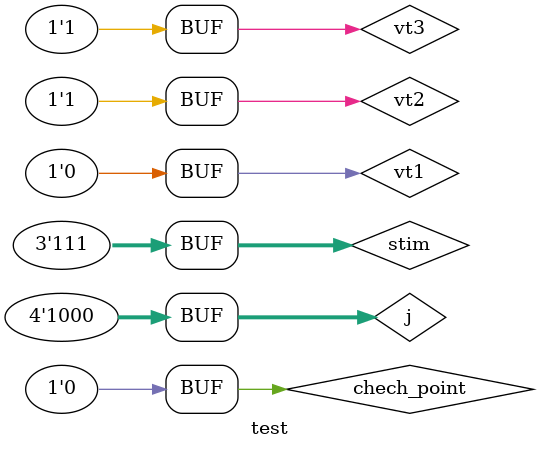
<source format=v>
module test;
parameter delay = 6;
parameter truth_table1 = 8'b01000011;
parameter truth_table2 = 8'b10001001;
parameter truth_table3 = 8'b10101011;

wire  z_0,z_1,z_2;
reg [2:0] stim;
reg [3:0] j;
reg  chech_point, error1, error2, error3;
wire vt1, vt2, vt3;

complex  m1(.x_in(stim),.z_0(z_0),.z_1(z_1),.z_2(z_2));
initial 
begin //stimulator 
   chech_point=0;
   for (j=0; j<=7;j=j+1) 
     begin #10; 
        stim = j;
        chech_point = #delay 1;
        #3;
        chech_point=0;  
     end
end

assign vt1 = truth_table1[stim];
assign vt2 = truth_table2[stim];
assign vt3 = truth_table3[stim];

always @ (posedge chech_point) //tester
begin
       error1 = z_0== vt1 ?  0:1;
	   error2 = z_1== vt2 ?  0:1;
	   error3 = z_2== vt3 ?  0:1;
end
endmodule
</source>
